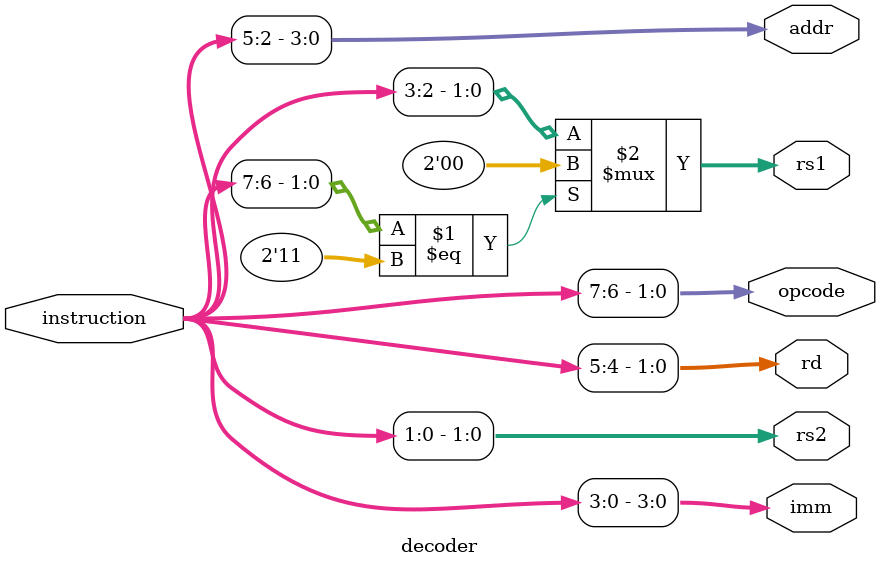
<source format=v>
module decoder(
    input wire [7:0] instruction,
    output wire [3:0] addr,
    output wire [3:0] imm,
    output wire [1:0] rs2,
    output wire [1:0] rs1,
    output wire [1:0] rd,
    output wire [1:0] opcode
);
        assign opcode = instruction[7:6];
        assign addr = instruction[5:2];
        assign imm = instruction[3:0];
        assign rs2 = instruction[1:0];
        assign rs1 = opcode == 2'b11 ? 2'b00 : instruction[3:2];
        assign rd = instruction[5:4];
endmodule
</source>
